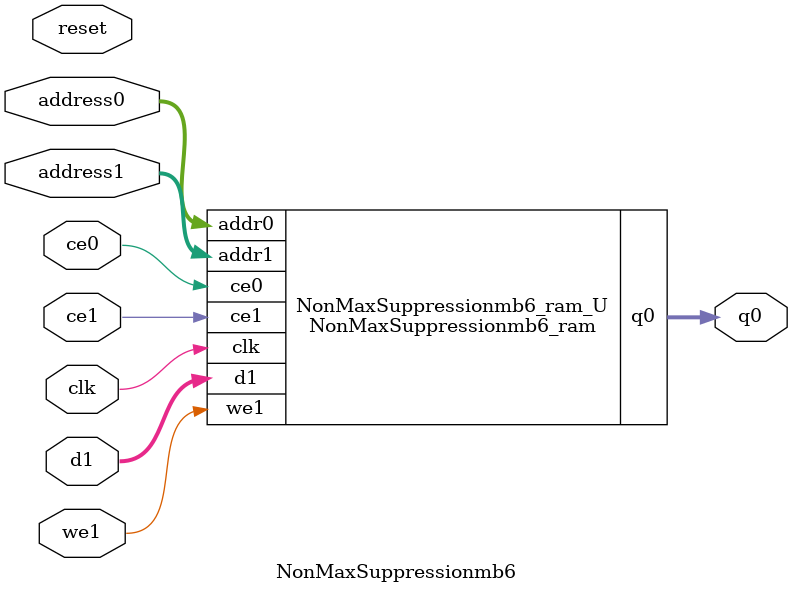
<source format=v>

`timescale 1 ns / 1 ps
module NonMaxSuppressionmb6_ram (addr0, ce0, q0, addr1, ce1, d1, we1,  clk);

parameter DWIDTH = 6;
parameter AWIDTH = 11;
parameter MEM_SIZE = 1280;

input[AWIDTH-1:0] addr0;
input ce0;
output reg[DWIDTH-1:0] q0;
input[AWIDTH-1:0] addr1;
input ce1;
input[DWIDTH-1:0] d1;
input we1;
input clk;

(* ram_style = "block" *)reg [DWIDTH-1:0] ram[0:MEM_SIZE-1];




always @(posedge clk)  
begin 
    if (ce0) 
    begin
            q0 <= ram[addr0];
    end
end


always @(posedge clk)  
begin 
    if (ce1) 
    begin
        if (we1) 
        begin 
            ram[addr1] <= d1; 
        end 
    end
end


endmodule


`timescale 1 ns / 1 ps
module NonMaxSuppressionmb6(
    reset,
    clk,
    address0,
    ce0,
    q0,
    address1,
    ce1,
    we1,
    d1);

parameter DataWidth = 32'd6;
parameter AddressRange = 32'd1280;
parameter AddressWidth = 32'd11;
input reset;
input clk;
input[AddressWidth - 1:0] address0;
input ce0;
output[DataWidth - 1:0] q0;
input[AddressWidth - 1:0] address1;
input ce1;
input we1;
input[DataWidth - 1:0] d1;



NonMaxSuppressionmb6_ram NonMaxSuppressionmb6_ram_U(
    .clk( clk ),
    .addr0( address0 ),
    .ce0( ce0 ),
    .q0( q0 ),
    .addr1( address1 ),
    .ce1( ce1 ),
    .d1( d1 ),
    .we1( we1 ));

endmodule


</source>
